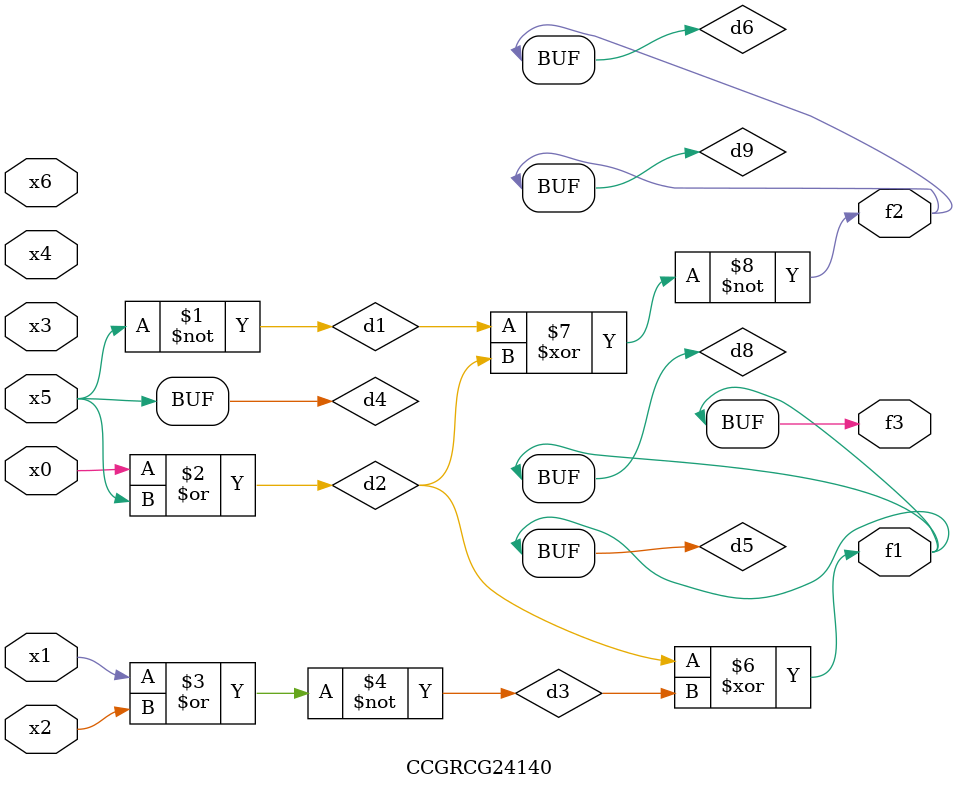
<source format=v>
module CCGRCG24140(
	input x0, x1, x2, x3, x4, x5, x6,
	output f1, f2, f3
);

	wire d1, d2, d3, d4, d5, d6, d7, d8, d9;

	nand (d1, x5);
	or (d2, x0, x5);
	nor (d3, x1, x2);
	xnor (d4, d1);
	xor (d5, d2, d3);
	xnor (d6, d1, d2);
	not (d7, x4);
	buf (d8, d5);
	xor (d9, d6);
	assign f1 = d8;
	assign f2 = d9;
	assign f3 = d8;
endmodule

</source>
